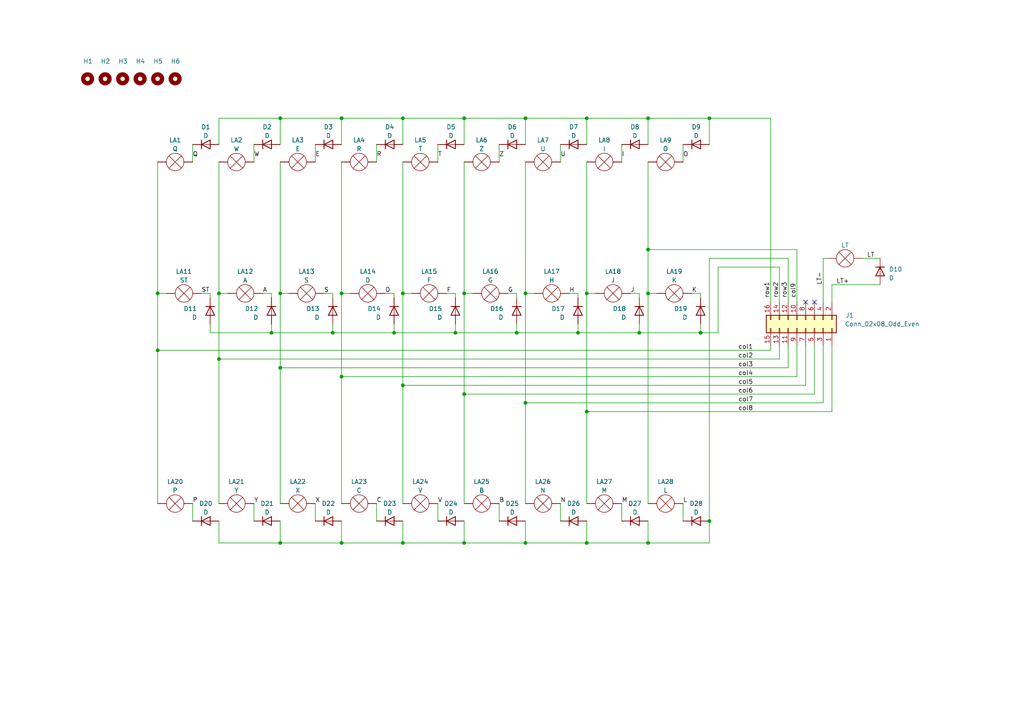
<source format=kicad_sch>
(kicad_sch (version 20230121) (generator eeschema)
  (paper "A4")
  (title_block (title "EngimaHut Switch Board"))
  (lib_symbols
    (symbol "Connector_Generic:Conn_02x08_Odd_Even" (pin_names (offset 1.016) hide)
      (property "Reference" "J" (at 1.27 10.16 0))
      (property "Value" "Conn_02x08_Odd_Even" (at 1.27 -12.7 0))
      (symbol "Conn_02x08_Odd_Even_1_1"
        (rectangle (start -1.27 -10.033) (end 0 -10.287) (stroke (width 0.1524)))
        (rectangle (start -1.27 -7.493) (end 0 -7.747) (stroke (width 0.1524)))
        (rectangle (start -1.27 -4.953) (end 0 -5.207) (stroke (width 0.1524)))
        (rectangle (start -1.27 -2.413) (end 0 -2.667) (stroke (width 0.1524)))
        (rectangle (start -1.27 0.127) (end 0 -0.127) (stroke (width 0.1524)))
        (rectangle (start -1.27 2.667) (end 0 2.413) (stroke (width 0.1524)))
        (rectangle (start -1.27 5.207) (end 0 4.953) (stroke (width 0.1524)))
        (rectangle (start -1.27 7.747) (end 0 7.493) (stroke (width 0.1524)))
        (rectangle (start -1.27 8.89) (end 3.81 -11.43) (stroke (width 0.254)) (fill (type background)))
        (rectangle (start 3.81 -10.033) (end 2.54 -10.287) (stroke (width 0.1524)))
        (rectangle (start 3.81 -7.493) (end 2.54 -7.747) (stroke (width 0.1524)))
        (rectangle (start 3.81 -4.953) (end 2.54 -5.207) (stroke (width 0.1524)))
        (rectangle (start 3.81 -2.413) (end 2.54 -2.667) (stroke (width 0.1524)))
        (rectangle (start 3.81 0.127) (end 2.54 -0.127) (stroke (width 0.1524)))
        (rectangle (start 3.81 2.667) (end 2.54 2.413) (stroke (width 0.1524)))
        (rectangle (start 3.81 5.207) (end 2.54 4.953) (stroke (width 0.1524)))
        (rectangle (start 3.81 7.747) (end 2.54 7.493) (stroke (width 0.1524)))
        (pin passive line (at -5.08 7.62 0) (length 3.81) (name "Pin_1") (number "1"))
        (pin passive line (at 7.62 -2.54 180) (length 3.81) (name "Pin_10") (number "10"))
        (pin passive line (at -5.08 -5.08 0) (length 3.81) (name "Pin_11") (number "11"))
        (pin passive line (at 7.62 -5.08 180) (length 3.81) (name "Pin_12") (number "12"))
        (pin passive line (at -5.08 -7.62 0) (length 3.81) (name "Pin_13") (number "13"))
        (pin passive line (at 7.62 -7.62 180) (length 3.81) (name "Pin_14") (number "14"))
        (pin passive line (at -5.08 -10.16 0) (length 3.81) (name "Pin_15") (number "15"))
        (pin passive line (at 7.62 -10.16 180) (length 3.81) (name "Pin_16") (number "16"))
        (pin passive line (at 7.62 7.62 180) (length 3.81) (name "Pin_2") (number "2"))
        (pin passive line (at -5.08 5.08 0) (length 3.81) (name "Pin_3") (number "3"))
        (pin passive line (at 7.62 5.08 180) (length 3.81) (name "Pin_4") (number "4"))
        (pin passive line (at -5.08 2.54 0) (length 3.81) (name "Pin_5") (number "5"))
        (pin passive line (at 7.62 2.54 180) (length 3.81) (name "Pin_6") (number "6"))
        (pin passive line (at -5.08 0 0) (length 3.81) (name "Pin_7") (number "7"))
        (pin passive line (at 7.62 0 180) (length 3.81) (name "Pin_8") (number "8"))
        (pin passive line (at -5.08 -2.54 0) (length 3.81) (name "Pin_9") (number "9"))
      )
    )
    (symbol "Device:D" (pin_numbers hide) (pin_names (offset 1.016) hide)
      (property "Reference" "D" (at 0 2.54 0))
      (property "Value" "D" (at 0 -2.54 0))
      (symbol "D_0_1"
        (polyline (pts (xy -1.27 1.27) (xy -1.27 -1.27)) (stroke (width 0.254)))
        (polyline (pts (xy 1.27 0) (xy -1.27 0)))
        (polyline (pts (xy 1.27 1.27) (xy 1.27 -1.27) (xy -1.27 0) (xy 1.27 1.27)) (stroke (width 0.254)))
      )
      (symbol "D_1_1"
        (pin passive line (at -3.81 0 0) (length 2.54) (name "K") (number "1"))
        (pin passive line (at 3.81 0 180) (length 2.54) (name "A") (number "2"))
      )
    )
    (symbol "Device:Lamp" (pin_numbers hide) (pin_names (offset 0.0254) hide)
      (property "Reference" "LA" (at 0.635 3.81 0))
      (property "Value" "Lamp" (at 0.635 -3.81 0))
      (symbol "Lamp_0_1"
        (polyline (pts (xy -1.778 1.778) (xy 1.778 -1.778)))
        (polyline (pts (xy 1.778 1.778) (xy -1.778 -1.778)))
        (circle (center 0 0) (radius 2.54))
      )
      (symbol "Lamp_1_1"
        (pin passive line (at 0 -5.08 90) (length 2.54) (name "-") (number "1"))
        (pin passive line (at 0 5.08 270) (length 2.54) (name "+") (number "2"))
      )
    )
    (symbol "Mechanical:MountingHole" (pin_names (offset 1.016))
      (property "Reference" "H" (at 0 5.08 0))
      (property "Value" "MountingHole" (at 0 3.175 0))
      (symbol "MountingHole_0_1"
        (circle (center 0 0) (radius 1.27) (stroke (width 1.27)))
      )
    )
  )
  (junction (at 152.4 157.48))
  (junction (at 205.74 34.29))
  (junction (at 45.72 101.6))
  (junction (at 132.08 96.52))
  (junction (at 152.4 34.29))
  (junction (at 99.06 34.29))
  (junction (at 134.62 157.48))
  (junction (at 81.28 34.29))
  (junction (at 99.06 85.09))
  (junction (at 63.5 104.14))
  (junction (at 81.28 106.68))
  (junction (at 81.28 157.48))
  (junction (at 149.86 96.52))
  (junction (at 45.72 85.09))
  (junction (at 99.06 157.48))
  (junction (at 116.84 34.29))
  (junction (at 134.62 34.29))
  (junction (at 203.2 96.52))
  (junction (at 187.96 34.29))
  (junction (at 167.64 96.52))
  (junction (at 116.84 111.76))
  (junction (at 185.42 96.52))
  (junction (at 116.84 157.48))
  (junction (at 114.3 96.52))
  (junction (at 63.5 85.09))
  (junction (at 78.74 96.52))
  (junction (at 152.4 85.09))
  (junction (at 187.96 72.39))
  (junction (at 170.18 157.48))
  (junction (at 96.52 96.52))
  (junction (at 170.18 119.38))
  (junction (at 81.28 85.09))
  (junction (at 116.84 85.09))
  (junction (at 170.18 85.09))
  (junction (at 99.06 109.22))
  (junction (at 205.74 151.13))
  (junction (at 152.4 116.84))
  (junction (at 134.62 114.3))
  (junction (at 187.96 85.09))
  (junction (at 187.96 157.48))
  (junction (at 170.18 34.29))
  (junction (at 134.62 85.09))
  (no_connect (at 236.22 87.63))
  (no_connect (at 233.68 87.63))
  (wire (pts (xy 81.28 157.48) (xy 99.06 157.48)))
  (wire (pts (xy 55.88 146.05) (xy 55.88 151.13)))
  (wire (pts (xy 99.06 109.22) (xy 99.06 146.05)))
  (wire (pts (xy 114.3 85.09) (xy 114.3 86.36)))
  (wire (pts (xy 170.18 151.13) (xy 170.18 157.48)))
  (wire (pts (xy 205.74 151.13) (xy 205.74 74.93)))
  (wire (pts (xy 127 41.91) (xy 127 46.99)))
  (wire (pts (xy 208.28 96.52) (xy 208.28 77.47)))
  (wire (pts (xy 233.68 100.33) (xy 233.68 111.76)))
  (wire (pts (xy 144.78 41.91) (xy 144.7493 45.2962)))
  (wire (pts (xy 147.32 85.09) (xy 149.86 85.09)))
  (wire (pts (xy 116.84 111.76) (xy 116.84 146.05)))
  (wire (pts (xy 60.96 85.09) (xy 60.96 86.36)))
  (wire (pts (xy 63.5 85.09) (xy 63.5 104.14)))
  (wire (pts (xy 170.18 119.38) (xy 170.18 146.05)))
  (wire (pts (xy 203.2 96.52) (xy 208.28 96.52)))
  (wire (pts (xy 99.06 151.13) (xy 99.06 157.48)))
  (wire (pts (xy 172.72 85.09) (xy 170.18 85.09)))
  (wire (pts (xy 78.74 96.52) (xy 96.52 96.52)))
  (wire (pts (xy 152.4 85.09) (xy 152.4 116.84)))
  (wire (pts (xy 238.76 74.93) (xy 238.76 87.63)))
  (wire (pts (xy 58.42 85.09) (xy 60.96 85.09)))
  (wire (pts (xy 167.64 96.52) (xy 185.42 96.52)))
  (wire (pts (xy 81.28 34.29) (xy 99.06 34.29)))
  (wire (pts (xy 187.96 157.48) (xy 205.74 157.48)))
  (wire (pts (xy 228.6 100.33) (xy 228.6 106.68)))
  (wire (pts (xy 137.16 85.09) (xy 134.62 85.09)))
  (wire (pts (xy 99.06 157.48) (xy 116.84 157.48)))
  (wire (pts (xy 152.4 151.13) (xy 152.4 157.48)))
  (wire (pts (xy 162.56 146.05) (xy 162.56 151.13)))
  (wire (pts (xy 134.62 114.3) (xy 134.62 146.05)))
  (wire (pts (xy 83.82 85.09) (xy 81.28 85.09)))
  (wire (pts (xy 60.96 96.52) (xy 78.74 96.52)))
  (wire (pts (xy 144.78 146.05) (xy 144.78 151.13)))
  (wire (pts (xy 99.06 46.99) (xy 99.06 85.09)))
  (wire (pts (xy 180.34 41.91) (xy 180.34 46.99)))
  (wire (pts (xy 132.08 85.09) (xy 132.08 86.36)))
  (wire (pts (xy 241.3 82.55) (xy 255.27 82.55)))
  (wire (pts (xy 119.38 85.09) (xy 116.84 85.09)))
  (wire (pts (xy 149.86 96.52) (xy 167.64 96.52)))
  (wire (pts (xy 63.5 157.48) (xy 81.28 157.48)))
  (wire (pts (xy 187.96 46.99) (xy 187.96 72.39)))
  (wire (pts (xy 63.5 104.14) (xy 63.5 146.05)))
  (wire (pts (xy 170.18 34.29) (xy 170.18 41.91)))
  (wire (pts (xy 205.74 34.29) (xy 205.74 41.91)))
  (wire (pts (xy 144.7493 45.2962) (xy 144.78 45.72)))
  (wire (pts (xy 187.96 85.09) (xy 187.96 146.05)))
  (wire (pts (xy 170.18 46.99) (xy 170.18 85.09)))
  (wire (pts (xy 255.27 74.93) (xy 250.19 74.93)))
  (wire (pts (xy 152.4 34.29) (xy 152.4 41.91)))
  (wire (pts (xy 134.62 46.99) (xy 134.62 85.09)))
  (wire (pts (xy 129.54 85.09) (xy 132.08 85.09)))
  (wire (pts (xy 45.72 101.6) (xy 45.72 146.05)))
  (wire (pts (xy 127 146.05) (xy 127 151.13)))
  (wire (pts (xy 55.88 41.91) (xy 55.88 46.99)))
  (wire (pts (xy 134.62 85.09) (xy 134.62 114.3)))
  (wire (pts (xy 238.76 116.84) (xy 152.4 116.84)))
  (wire (pts (xy 111.76 85.09) (xy 114.3 85.09)))
  (wire (pts (xy 116.84 34.29) (xy 134.62 34.29)))
  (wire (pts (xy 198.12 146.05) (xy 198.12 151.13)))
  (wire (pts (xy 99.06 34.29) (xy 99.06 41.91)))
  (wire (pts (xy 185.42 93.98) (xy 185.42 96.52)))
  (wire (pts (xy 63.5 151.13) (xy 63.5 157.48)))
  (wire (pts (xy 63.5 46.99) (xy 63.5 85.09)))
  (wire (pts (xy 185.42 96.52) (xy 203.2 96.52)))
  (wire (pts (xy 162.56 41.91) (xy 162.56 46.99)))
  (wire (pts (xy 99.06 85.09) (xy 99.06 109.22)))
  (wire (pts (xy 114.3 96.52) (xy 132.08 96.52)))
  (wire (pts (xy 81.28 151.13) (xy 81.28 157.48)))
  (wire (pts (xy 187.96 34.29) (xy 187.96 41.91)))
  (wire (pts (xy 99.06 34.29) (xy 116.84 34.29)))
  (wire (pts (xy 81.28 34.29) (xy 81.28 41.91)))
  (wire (pts (xy 81.28 85.09) (xy 81.28 106.68)))
  (wire (pts (xy 236.22 100.33) (xy 236.22 114.3)))
  (wire (pts (xy 190.5 85.09) (xy 187.96 85.09)))
  (wire (pts (xy 66.04 85.09) (xy 63.5 85.09)))
  (wire (pts (xy 81.28 106.68) (xy 81.28 146.05)))
  (wire (pts (xy 109.22 41.91) (xy 109.22 46.99)))
  (wire (pts (xy 78.74 93.98) (xy 78.74 96.52)))
  (wire (pts (xy 152.4 157.48) (xy 170.18 157.48)))
  (wire (pts (xy 149.86 93.98) (xy 149.86 96.52)))
  (wire (pts (xy 132.08 96.52) (xy 149.86 96.52)))
  (wire (pts (xy 223.52 100.33) (xy 223.52 101.6)))
  (wire (pts (xy 144.78 45.72) (xy 144.78 46.99)))
  (wire (pts (xy 231.14 72.39) (xy 231.14 87.63)))
  (wire (pts (xy 231.14 109.22) (xy 99.06 109.22)))
  (wire (pts (xy 180.34 146.05) (xy 180.34 151.13)))
  (wire (pts (xy 238.76 74.93) (xy 240.03 74.93)))
  (wire (pts (xy 116.84 46.99) (xy 116.84 85.09)))
  (wire (pts (xy 236.22 114.3) (xy 134.62 114.3)))
  (wire (pts (xy 238.76 100.33) (xy 238.76 116.84)))
  (wire (pts (xy 152.4 34.29) (xy 170.18 34.29)))
  (wire (pts (xy 223.52 101.6) (xy 45.72 101.6)))
  (wire (pts (xy 170.18 34.29) (xy 187.96 34.29)))
  (wire (pts (xy 45.72 46.99) (xy 45.72 85.09)))
  (wire (pts (xy 185.42 85.09) (xy 185.42 86.36)))
  (wire (pts (xy 223.52 34.29) (xy 223.52 87.63)))
  (wire (pts (xy 114.3 93.98) (xy 114.3 96.52)))
  (wire (pts (xy 187.96 151.13) (xy 187.96 157.48)))
  (wire (pts (xy 149.86 85.09) (xy 149.86 86.36)))
  (wire (pts (xy 233.68 111.76) (xy 116.84 111.76)))
  (wire (pts (xy 63.5 34.29) (xy 81.28 34.29)))
  (wire (pts (xy 63.5 41.91) (xy 63.5 34.29)))
  (wire (pts (xy 170.18 85.09) (xy 170.18 119.38)))
  (wire (pts (xy 78.74 85.09) (xy 78.74 86.36)))
  (wire (pts (xy 101.6 85.09) (xy 99.06 85.09)))
  (wire (pts (xy 226.06 100.33) (xy 226.06 104.14)))
  (wire (pts (xy 170.18 157.48) (xy 187.96 157.48)))
  (wire (pts (xy 134.62 34.29) (xy 134.62 41.91)))
  (wire (pts (xy 187.96 34.29) (xy 205.74 34.29)))
  (wire (pts (xy 134.62 157.48) (xy 152.4 157.48)))
  (wire (pts (xy 198.12 41.91) (xy 198.12 46.99)))
  (wire (pts (xy 182.88 85.09) (xy 185.42 85.09)))
  (wire (pts (xy 48.26 85.09) (xy 45.72 85.09)))
  (wire (pts (xy 187.96 72.39) (xy 231.14 72.39)))
  (wire (pts (xy 170.18 119.38) (xy 241.3 119.38)))
  (wire (pts (xy 226.06 104.14) (xy 63.5 104.14)))
  (wire (pts (xy 96.52 96.52) (xy 114.3 96.52)))
  (wire (pts (xy 241.3 100.33) (xy 241.3 119.38)))
  (wire (pts (xy 205.74 34.29) (xy 223.52 34.29)))
  (wire (pts (xy 152.4 116.84) (xy 152.4 146.05)))
  (wire (pts (xy 132.08 93.98) (xy 132.08 96.52)))
  (wire (pts (xy 116.84 85.09) (xy 116.84 111.76)))
  (wire (pts (xy 116.84 157.48) (xy 134.62 157.48)))
  (wire (pts (xy 93.98 85.09) (xy 96.52 85.09)))
  (wire (pts (xy 187.96 72.39) (xy 187.96 85.09)))
  (wire (pts (xy 91.44 146.05) (xy 91.44 151.13)))
  (wire (pts (xy 154.94 85.09) (xy 152.4 85.09)))
  (wire (pts (xy 231.14 100.33) (xy 231.14 109.22)))
  (wire (pts (xy 228.6 74.93) (xy 228.6 87.63)))
  (wire (pts (xy 205.74 74.93) (xy 228.6 74.93)))
  (wire (pts (xy 241.3 82.55) (xy 241.3 87.63)))
  (wire (pts (xy 73.66 146.05) (xy 73.66 151.13)))
  (wire (pts (xy 81.28 106.68) (xy 228.6 106.68)))
  (wire (pts (xy 116.84 151.13) (xy 116.84 157.48)))
  (wire (pts (xy 167.64 93.98) (xy 167.64 96.52)))
  (wire (pts (xy 81.28 46.99) (xy 81.28 85.09)))
  (wire (pts (xy 203.2 93.98) (xy 203.2 96.52)))
  (wire (pts (xy 96.52 85.09) (xy 96.52 86.36)))
  (wire (pts (xy 116.84 34.29) (xy 116.84 41.91)))
  (wire (pts (xy 96.52 93.98) (xy 96.52 96.52)))
  (wire (pts (xy 91.44 41.91) (xy 91.44 46.99)))
  (wire (pts (xy 165.1 85.09) (xy 167.64 85.09)))
  (wire (pts (xy 167.64 85.09) (xy 167.64 86.36)))
  (wire (pts (xy 109.22 146.05) (xy 109.22 151.13)))
  (wire (pts (xy 73.66 41.91) (xy 73.66 46.99)))
  (wire (pts (xy 134.62 34.29) (xy 152.4 34.29)))
  (wire (pts (xy 226.06 77.47) (xy 226.06 87.63)))
  (wire (pts (xy 203.2 85.09) (xy 203.2 86.36)))
  (wire (pts (xy 203.2 85.09) (xy 200.66 85.09)))
  (wire (pts (xy 45.72 85.09) (xy 45.72 101.6)))
  (wire (pts (xy 205.74 151.13) (xy 205.74 157.48)))
  (wire (pts (xy 134.62 151.13) (xy 134.62 157.48)))
  (wire (pts (xy 208.28 77.47) (xy 226.06 77.47)))
  (wire (pts (xy 60.96 93.98) (xy 60.96 96.52)))
  (wire (pts (xy 152.4 46.99) (xy 152.4 85.09)))
  (wire (pts (xy 76.2 85.09) (xy 78.74 85.09)))
  (label "row1" (at 223.52 86.36 90))
  (label "F" (at 129.54 85.09 0))
  (label "R" (at 109.22 45.72 0))
  (label "N" (at 162.56 146.05 0))
  (label "J" (at 182.88 85.09 0))
  (label "row2" (at 226.06 86.36 90))
  (label "E" (at 91.44 45.72 0))
  (label "col5" (at 218.44 111.76 180))
  (label "Y" (at 73.66 146.05 0))
  (label "S" (at 93.98 85.09 0))
  (label "LT+" (at 242.57 82.55 0))
  (label "col6" (at 218.44 114.3 180))
  (label "K" (at 200.66 85.09 0))
  (label "H" (at 165.1 85.09 0))
  (label "M" (at 180.34 146.05 0))
  (label "row3" (at 228.6 86.36 90))
  (label "LT" (at 251.46 74.93 0))
  (label "T" (at 127 45.72 0))
  (label "A" (at 76.2 85.09 0))
  (label "col7" (at 218.44 116.84 180))
  (label "O" (at 198.12 45.72 0))
  (label "X" (at 91.44 146.05 0))
  (label "V" (at 127 146.05 0))
  (label "col8" (at 218.44 119.38 180))
  (label "ST" (at 58.42 85.09 0))
  (label "col1" (at 218.44 101.6 180))
  (label "B" (at 144.78 146.05 0))
  (label "LT-" (at 238.76 82.55 90))
  (label "D" (at 111.76 85.09 0))
  (label "col4" (at 218.44 109.22 180))
  (label "I" (at 180.34 45.72 0))
  (label "L" (at 198.12 146.05 0))
  (label "Q" (at 55.88 45.72 0))
  (label "Z" (at 144.78 45.72 0))
  (label "P" (at 55.88 146.05 0))
  (label "U" (at 162.56 45.72 0))
  (label "W" (at 73.66 45.72 0))
  (label "col2" (at 218.44 104.14 180))
  (label "G" (at 147.32 85.09 0))
  (label "col3" (at 218.44 106.68 180))
  (label "col9" (at 231.14 86.36 90))
  (label "C" (at 109.22 146.05 0))
  (symbol (lib_id "Device:Lamp") (at 104.14 146.05 90) (unit 1)
    (property "Reference" "LA23" (at 104.14 139.7 90))
    (property "Value" "C" (at 104.14 142.24 90))
    (property "Footprint" "user_global_footprints:Bulb_Holder_Temp" (effects hide))
  )
  (symbol (lib_id "Device:D") (at 166.37 151.13 0) (unit 1)
    (property "Reference" "D26" (at 166.37 146.05 0))
    (property "Value" "D" (at 166.37 148.59 0))
    (property "Footprint" "user_global_footprints:D_DO-41_SOD81_P10.16mm_Horizontal_no_cathode" (effects hide))
    (property "Sim.Device" "D" (effects hide))
    (property "Sim.Pins" "1=K 2=A" (effects hide))
  )
  (symbol (lib_id "Device:D") (at 201.93 151.13 0) (unit 1)
    (property "Reference" "D28" (at 201.93 146.05 0))
    (property "Value" "D" (at 201.93 148.59 0))
    (property "Footprint" "user_global_footprints:D_DO-41_SOD81_P10.16mm_Horizontal_no_cathode" (effects hide))
    (property "Sim.Device" "D" (effects hide))
    (property "Sim.Pins" "1=K 2=A" (effects hide))
  )
  (symbol (lib_id "Connector_Generic:Conn_02x08_Odd_Even") (at 233.68 95.25 270) (mirror x) (unit 1)
    (property "Reference" "J1" (at 247.65 91.44 90) (effects (justify right)))
    (property "Value" "Conn_02x08_Odd_Even" (at 266.7 93.98 90) (effects (justify right)))
    (property "Footprint" "Connector_PinHeader_2.54mm:PinHeader_2x08_P2.54mm_Vertical" (effects hide))
  )
  (symbol (lib_id "Device:D") (at 130.81 41.91 0) (unit 1)
    (property "Reference" "D5" (at 130.81 36.83 0))
    (property "Value" "D" (at 130.81 39.37 0))
    (property "Footprint" "user_global_footprints:D_DO-41_SOD81_P10.16mm_Horizontal_no_cathode" (effects hide))
    (property "Sim.Device" "D" (effects hide))
    (property "Sim.Pins" "1=K 2=A" (effects hide))
  )
  (symbol (lib_id "Device:Lamp") (at 175.26 46.99 90) (unit 1)
    (property "Reference" "LA8" (at 175.26 40.64 90))
    (property "Value" "I" (at 175.26 43.18 90))
    (property "Footprint" "user_global_footprints:Bulb_Holder_Temp" (effects hide))
  )
  (symbol (lib_id "Device:Lamp") (at 88.9 85.09 90) (unit 1)
    (property "Reference" "LA13" (at 88.9 78.74 90))
    (property "Value" "S" (at 88.9 81.28 90))
    (property "Footprint" "user_global_footprints:Bulb_Holder_Temp" (effects hide))
  )
  (symbol (lib_id "Mechanical:MountingHole") (at 50.8 22.86 0) (unit 1)
    (property "Reference" "H6" (at 49.53 17.78 0) (effects (justify left)))
    (property "Value" "MountingHole_Pad" (effects hide))
    (property "Footprint" "MountingHole:MountingHole_3.2mm_M3_Pad_Via" (effects hide))
  )
  (symbol (lib_id "Device:D") (at 167.64 90.17 90) (mirror x) (unit 1)
    (property "Reference" "D17" (at 163.83 89.535 90) (effects (justify left)))
    (property "Value" "D" (at 163.83 92.075 90) (effects (justify left)))
    (property "Footprint" "user_global_footprints:D_DO-41_SOD81_P10.16mm_Horizontal_no_cathode" (effects hide))
    (property "Sim.Device" "D" (effects hide))
    (property "Sim.Pins" "1=K 2=A" (effects hide))
  )
  (symbol (lib_id "Device:D") (at 184.15 151.13 0) (unit 1)
    (property "Reference" "D27" (at 184.15 146.05 0))
    (property "Value" "D" (at 184.15 148.59 0))
    (property "Footprint" "user_global_footprints:D_DO-41_SOD81_P10.16mm_Horizontal_no_cathode" (effects hide))
    (property "Sim.Device" "D" (effects hide))
    (property "Sim.Pins" "1=K 2=A" (effects hide))
  )
  (symbol (lib_id "Device:Lamp") (at 53.34 85.09 90) (unit 1)
    (property "Reference" "LA11" (at 53.34 78.74 90))
    (property "Value" "ST" (at 53.34 81.28 90))
    (property "Footprint" "user_global_footprints:Bulb_Holder_Temp" (effects hide))
  )
  (symbol (lib_id "Device:Lamp") (at 142.24 85.09 90) (unit 1)
    (property "Reference" "LA16" (at 142.24 78.74 90))
    (property "Value" "G" (at 142.24 81.28 90))
    (property "Footprint" "user_global_footprints:Bulb_Holder_Temp" (effects hide))
  )
  (symbol (lib_id "Device:Lamp") (at 68.58 146.05 90) (unit 1)
    (property "Reference" "LA21" (at 68.58 139.7 90))
    (property "Value" "Y" (at 68.58 142.24 90))
    (property "Footprint" "user_global_footprints:Bulb_Holder_Temp" (effects hide))
  )
  (symbol (lib_id "Device:D") (at 148.59 151.13 0) (unit 1)
    (property "Reference" "D25" (at 148.59 146.05 0))
    (property "Value" "D" (at 148.59 148.59 0))
    (property "Footprint" "user_global_footprints:D_DO-41_SOD81_P10.16mm_Horizontal_no_cathode" (effects hide))
    (property "Sim.Device" "D" (effects hide))
    (property "Sim.Pins" "1=K 2=A" (effects hide))
  )
  (symbol (lib_id "Device:D") (at 114.3 90.17 90) (mirror x) (unit 1)
    (property "Reference" "D14" (at 110.49 89.535 90) (effects (justify left)))
    (property "Value" "D" (at 110.49 92.075 90) (effects (justify left)))
    (property "Footprint" "user_global_footprints:D_DO-41_SOD81_P10.16mm_Horizontal_no_cathode" (effects hide))
    (property "Sim.Device" "D" (effects hide))
    (property "Sim.Pins" "1=K 2=A" (effects hide))
  )
  (symbol (lib_id "Device:Lamp") (at 157.48 146.05 90) (unit 1)
    (property "Reference" "LA26" (at 157.48 139.7 90))
    (property "Value" "N" (at 157.48 142.24 90))
    (property "Footprint" "user_global_footprints:Bulb_Holder_Temp" (effects hide))
  )
  (symbol (lib_id "Device:D") (at 95.25 41.91 0) (unit 1)
    (property "Reference" "D3" (at 95.25 36.83 0))
    (property "Value" "D" (at 95.25 39.37 0))
    (property "Footprint" "user_global_footprints:D_DO-41_SOD81_P10.16mm_Horizontal_no_cathode" (effects hide))
    (property "Sim.Device" "D" (effects hide))
    (property "Sim.Pins" "1=K 2=A" (effects hide))
  )
  (symbol (lib_id "Device:D") (at 184.15 41.91 0) (unit 1)
    (property "Reference" "D8" (at 184.15 36.83 0))
    (property "Value" "D" (at 184.15 39.37 0))
    (property "Footprint" "user_global_footprints:D_DO-41_SOD81_P10.16mm_Horizontal_no_cathode" (effects hide))
    (property "Sim.Device" "D" (effects hide))
    (property "Sim.Pins" "1=K 2=A" (effects hide))
  )
  (symbol (lib_id "Device:D") (at 113.03 151.13 0) (unit 1)
    (property "Reference" "D23" (at 113.03 146.05 0))
    (property "Value" "D" (at 113.03 148.59 0))
    (property "Footprint" "user_global_footprints:D_DO-41_SOD81_P10.16mm_Horizontal_no_cathode" (effects hide))
    (property "Sim.Device" "D" (effects hide))
    (property "Sim.Pins" "1=K 2=A" (effects hide))
  )
  (symbol (lib_id "Device:Lamp") (at 195.58 85.09 90) (unit 1)
    (property "Reference" "LA19" (at 195.58 78.74 90))
    (property "Value" "K" (at 195.58 81.28 90))
    (property "Footprint" "user_global_footprints:Bulb_Holder_Temp" (effects hide))
  )
  (symbol (lib_id "Device:D") (at 130.81 151.13 0) (unit 1)
    (property "Reference" "D24" (at 130.81 146.05 0))
    (property "Value" "D" (at 130.81 148.59 0))
    (property "Footprint" "user_global_footprints:D_DO-41_SOD81_P10.16mm_Horizontal_no_cathode" (effects hide))
    (property "Sim.Device" "D" (effects hide))
    (property "Sim.Pins" "1=K 2=A" (effects hide))
  )
  (symbol (lib_id "Device:Lamp") (at 193.04 46.99 90) (unit 1)
    (property "Reference" "LA9" (at 193.04 40.64 90))
    (property "Value" "O" (at 193.04 43.18 90))
    (property "Footprint" "user_global_footprints:Bulb_Holder_Temp" (effects hide))
  )
  (symbol (lib_id "Device:D") (at 185.42 90.17 90) (mirror x) (unit 1)
    (property "Reference" "D18" (at 181.61 89.535 90) (effects (justify left)))
    (property "Value" "D" (at 181.61 92.075 90) (effects (justify left)))
    (property "Footprint" "user_global_footprints:D_DO-41_SOD81_P10.16mm_Horizontal_no_cathode" (effects hide))
    (property "Sim.Device" "D" (effects hide))
    (property "Sim.Pins" "1=K 2=A" (effects hide))
  )
  (symbol (lib_id "Mechanical:MountingHole") (at 40.64 22.86 0) (unit 1)
    (property "Reference" "H4" (at 39.37 17.78 0) (effects (justify left)))
    (property "Value" "MountingHole_Pad" (effects hide))
    (property "Footprint" "MountingHole:MountingHole_3.2mm_M3_Pad_Via" (effects hide))
  )
  (symbol (lib_id "Device:D") (at 132.08 90.17 90) (mirror x) (unit 1)
    (property "Reference" "D15" (at 128.27 89.535 90) (effects (justify left)))
    (property "Value" "D" (at 128.27 92.075 90) (effects (justify left)))
    (property "Footprint" "user_global_footprints:D_DO-41_SOD81_P10.16mm_Horizontal_no_cathode" (effects hide))
    (property "Sim.Device" "D" (effects hide))
    (property "Sim.Pins" "1=K 2=A" (effects hide))
  )
  (symbol (lib_id "Device:D") (at 148.59 41.91 0) (unit 1)
    (property "Reference" "D6" (at 148.59 36.83 0))
    (property "Value" "D" (at 148.59 39.37 0))
    (property "Footprint" "user_global_footprints:D_DO-41_SOD81_P10.16mm_Horizontal_no_cathode" (effects hide))
    (property "Sim.Device" "D" (effects hide))
    (property "Sim.Pins" "1=K 2=A" (effects hide))
  )
  (symbol (lib_id "Device:Lamp") (at 86.36 146.05 90) (unit 1)
    (property "Reference" "LA22" (at 86.36 139.7 90))
    (property "Value" "X" (at 86.36 142.24 90))
    (property "Footprint" "user_global_footprints:Bulb_Holder_Temp" (effects hide))
  )
  (symbol (lib_id "Device:D") (at 78.74 90.17 90) (mirror x) (unit 1)
    (property "Reference" "D12" (at 74.93 89.535 90) (effects (justify left)))
    (property "Value" "D" (at 74.93 92.075 90) (effects (justify left)))
    (property "Footprint" "user_global_footprints:D_DO-41_SOD81_P10.16mm_Horizontal_no_cathode" (effects hide))
    (property "Sim.Device" "D" (effects hide))
    (property "Sim.Pins" "1=K 2=A" (effects hide))
  )
  (symbol (lib_id "Device:D") (at 203.2 90.17 90) (mirror x) (unit 1)
    (property "Reference" "D19" (at 199.39 89.535 90) (effects (justify left)))
    (property "Value" "D" (at 199.39 92.075 90) (effects (justify left)))
    (property "Footprint" "user_global_footprints:D_DO-41_SOD81_P10.16mm_Horizontal_no_cathode" (effects hide))
    (property "Sim.Device" "D" (effects hide))
    (property "Sim.Pins" "1=K 2=A" (effects hide))
  )
  (symbol (lib_id "Mechanical:MountingHole") (at 35.56 22.86 0) (unit 1)
    (property "Reference" "H3" (at 34.29 17.78 0) (effects (justify left)))
    (property "Value" "MountingHole_Pad" (effects hide))
    (property "Footprint" "MountingHole:MountingHole_3.2mm_M3_Pad_Via" (effects hide))
  )
  (symbol (lib_id "Device:Lamp") (at 245.11 74.93 90) (unit 1)
    (property "Reference" "LA10" (effects hide))
    (property "Value" "LT" (at 245.11 71.12 90))
    (property "Footprint" "user_global_footprints:Bulb_Holder_Temp" (effects hide))
  )
  (symbol (lib_id "Mechanical:MountingHole") (at 25.4 22.86 0) (unit 1)
    (property "Reference" "H1" (at 24.13 17.78 0) (effects (justify left)))
    (property "Value" "MountingHole_Pad" (effects hide))
    (property "Footprint" "MountingHole:MountingHole_3.2mm_M3_Pad_Via" (effects hide))
  )
  (symbol (lib_id "Device:Lamp") (at 86.36 46.99 90) (unit 1)
    (property "Reference" "LA3" (at 86.36 40.64 90))
    (property "Value" "E" (at 86.36 43.18 90))
    (property "Footprint" "user_global_footprints:Bulb_Holder_Temp" (effects hide))
  )
  (symbol (lib_id "Device:Lamp") (at 106.68 85.09 90) (unit 1)
    (property "Reference" "LA14" (at 106.68 78.74 90))
    (property "Value" "D" (at 106.68 81.28 90))
    (property "Footprint" "user_global_footprints:Bulb_Holder_Temp" (effects hide))
  )
  (symbol (lib_id "Device:D") (at 77.47 151.13 0) (unit 1)
    (property "Reference" "D21" (at 77.47 146.05 0))
    (property "Value" "D" (at 77.47 148.59 0))
    (property "Footprint" "user_global_footprints:D_DO-41_SOD81_P10.16mm_Horizontal_no_cathode" (effects hide))
    (property "Sim.Device" "D" (effects hide))
    (property "Sim.Pins" "1=K 2=A" (effects hide))
  )
  (symbol (lib_id "Device:D") (at 95.25 151.13 0) (unit 1)
    (property "Reference" "D22" (at 95.25 146.05 0))
    (property "Value" "D" (at 95.25 148.59 0))
    (property "Footprint" "user_global_footprints:D_DO-41_SOD81_P10.16mm_Horizontal_no_cathode" (effects hide))
    (property "Sim.Device" "D" (effects hide))
    (property "Sim.Pins" "1=K 2=A" (effects hide))
  )
  (symbol (lib_id "Device:Lamp") (at 139.7 146.05 90) (unit 1)
    (property "Reference" "LA25" (at 139.7 139.7 90))
    (property "Value" "B" (at 139.7 142.24 90))
    (property "Footprint" "user_global_footprints:Bulb_Holder_Temp" (effects hide))
  )
  (symbol (lib_id "Device:D") (at 166.37 41.91 0) (unit 1)
    (property "Reference" "D7" (at 166.37 36.83 0))
    (property "Value" "D" (at 166.37 39.37 0))
    (property "Footprint" "user_global_footprints:D_DO-41_SOD81_P10.16mm_Horizontal_no_cathode" (effects hide))
    (property "Sim.Device" "D" (effects hide))
    (property "Sim.Pins" "1=K 2=A" (effects hide))
  )
  (symbol (lib_id "Device:D") (at 149.86 90.17 90) (mirror x) (unit 1)
    (property "Reference" "D16" (at 146.05 89.535 90) (effects (justify left)))
    (property "Value" "D" (at 146.05 92.075 90) (effects (justify left)))
    (property "Footprint" "user_global_footprints:D_DO-41_SOD81_P10.16mm_Horizontal_no_cathode" (effects hide))
    (property "Sim.Device" "D" (effects hide))
    (property "Sim.Pins" "1=K 2=A" (effects hide))
  )
  (symbol (lib_id "Device:D") (at 201.93 41.91 0) (unit 1)
    (property "Reference" "D9" (at 201.93 36.83 0))
    (property "Value" "D" (at 201.93 39.37 0))
    (property "Footprint" "user_global_footprints:D_DO-41_SOD81_P10.16mm_Horizontal_no_cathode" (effects hide))
    (property "Sim.Device" "D" (effects hide))
    (property "Sim.Pins" "1=K 2=A" (effects hide))
  )
  (symbol (lib_id "Device:Lamp") (at 124.46 85.09 90) (unit 1)
    (property "Reference" "LA15" (at 124.46 78.74 90))
    (property "Value" "F" (at 124.46 81.28 90))
    (property "Footprint" "user_global_footprints:Bulb_Holder_Temp" (effects hide))
  )
  (symbol (lib_id "Device:Lamp") (at 104.14 46.99 90) (unit 1)
    (property "Reference" "LA4" (at 104.14 40.64 90))
    (property "Value" "R" (at 104.14 43.18 90))
    (property "Footprint" "user_global_footprints:Bulb_Holder_Temp" (effects hide))
  )
  (symbol (lib_id "Device:D") (at 77.47 41.91 0) (unit 1)
    (property "Reference" "D2" (at 77.47 36.83 0))
    (property "Value" "D" (at 77.47 39.37 0))
    (property "Footprint" "user_global_footprints:D_DO-41_SOD81_P10.16mm_Horizontal_no_cathode" (effects hide))
    (property "Sim.Device" "D" (effects hide))
    (property "Sim.Pins" "1=K 2=A" (effects hide))
  )
  (symbol (lib_id "Mechanical:MountingHole") (at 30.48 22.86 0) (unit 1)
    (property "Reference" "H2" (at 29.21 17.78 0) (effects (justify left)))
    (property "Value" "MountingHole_Pad" (effects hide))
    (property "Footprint" "MountingHole:MountingHole_3.2mm_M3_Pad_Via" (effects hide))
  )
  (symbol (lib_id "Device:D") (at 59.69 151.13 0) (unit 1)
    (property "Reference" "D20" (at 59.69 146.05 0))
    (property "Value" "D" (at 59.69 148.59 0))
    (property "Footprint" "user_global_footprints:D_DO-41_SOD81_P10.16mm_Horizontal_no_cathode" (effects hide))
    (property "Sim.Device" "D" (effects hide))
    (property "Sim.Pins" "1=K 2=A" (effects hide))
  )
  (symbol (lib_id "Device:D") (at 255.27 78.74 90) (mirror x) (unit 1)
    (property "Reference" "D10" (at 257.81 78.105 90) (effects (justify right)))
    (property "Value" "D" (at 257.81 80.645 90) (effects (justify right)))
    (property "Footprint" "user_global_footprints:D_DO-41_SOD81_P10.16mm_Horizontal_no_cathode" (effects hide))
    (property "Sim.Device" "D" (effects hide))
    (property "Sim.Pins" "1=K 2=A" (effects hide))
  )
  (symbol (lib_id "Device:Lamp") (at 121.92 46.99 90) (unit 1)
    (property "Reference" "LA5" (at 121.92 40.64 90))
    (property "Value" "T" (at 121.92 43.18 90))
    (property "Footprint" "user_global_footprints:Bulb_Holder_Temp" (effects hide))
  )
  (symbol (lib_id "Device:Lamp") (at 50.8 146.05 90) (unit 1)
    (property "Reference" "LA20" (at 50.8 139.7 90))
    (property "Value" "P" (at 50.8 142.24 90))
    (property "Footprint" "user_global_footprints:Bulb_Holder_Temp" (effects hide))
  )
  (symbol (lib_id "Device:Lamp") (at 50.8 46.99 90) (unit 1)
    (property "Reference" "LA1" (at 50.8 40.64 90))
    (property "Value" "Q" (at 50.8 43.18 90))
    (property "Footprint" "user_global_footprints:Bulb_Holder_Temp" (effects hide))
  )
  (symbol (lib_id "Device:D") (at 60.96 90.17 90) (mirror x) (unit 1)
    (property "Reference" "D11" (at 57.15 89.535 90) (effects (justify left)))
    (property "Value" "D" (at 57.15 92.075 90) (effects (justify left)))
    (property "Footprint" "user_global_footprints:D_DO-41_SOD81_P10.16mm_Horizontal_no_cathode" (effects hide))
    (property "Sim.Device" "D" (effects hide))
    (property "Sim.Pins" "1=K 2=A" (effects hide))
  )
  (symbol (lib_id "Mechanical:MountingHole") (at 45.72 22.86 0) (unit 1)
    (property "Reference" "H5" (at 44.45 17.78 0) (effects (justify left)))
    (property "Value" "MountingHole_Pad" (effects hide))
    (property "Footprint" "MountingHole:MountingHole_3.2mm_M3_Pad_Via" (effects hide))
  )
  (symbol (lib_id "Device:Lamp") (at 71.12 85.09 90) (unit 1)
    (property "Reference" "LA12" (at 71.12 78.74 90))
    (property "Value" "A" (at 71.12 81.28 90))
    (property "Footprint" "user_global_footprints:Bulb_Holder_Temp" (effects hide))
  )
  (symbol (lib_id "Device:Lamp") (at 157.48 46.99 90) (unit 1)
    (property "Reference" "LA7" (at 157.48 40.64 90))
    (property "Value" "U" (at 157.48 43.18 90))
    (property "Footprint" "user_global_footprints:Bulb_Holder_Temp" (effects hide))
  )
  (symbol (lib_id "Device:D") (at 113.03 41.91 0) (unit 1)
    (property "Reference" "D4" (at 113.03 36.83 0))
    (property "Value" "D" (at 113.03 39.37 0))
    (property "Footprint" "user_global_footprints:D_DO-41_SOD81_P10.16mm_Horizontal_no_cathode" (effects hide))
    (property "Sim.Device" "D" (effects hide))
    (property "Sim.Pins" "1=K 2=A" (effects hide))
  )
  (symbol (lib_id "Device:D") (at 96.52 90.17 90) (mirror x) (unit 1)
    (property "Reference" "D13" (at 92.71 89.535 90) (effects (justify left)))
    (property "Value" "D" (at 92.71 92.075 90) (effects (justify left)))
    (property "Footprint" "user_global_footprints:D_DO-41_SOD81_P10.16mm_Horizontal_no_cathode" (effects hide))
    (property "Sim.Device" "D" (effects hide))
    (property "Sim.Pins" "1=K 2=A" (effects hide))
  )
  (symbol (lib_id "Device:D") (at 59.69 41.91 0) (unit 1)
    (property "Reference" "D1" (at 59.69 36.83 0))
    (property "Value" "D" (at 59.69 39.37 0))
    (property "Footprint" "user_global_footprints:D_DO-41_SOD81_P10.16mm_Horizontal_no_cathode" (effects hide))
    (property "Sim.Device" "D" (effects hide))
    (property "Sim.Pins" "1=K 2=A" (effects hide))
  )
  (symbol (lib_id "Device:Lamp") (at 160.02 85.09 90) (unit 1)
    (property "Reference" "LA17" (at 160.02 78.74 90))
    (property "Value" "H" (at 160.02 81.28 90))
    (property "Footprint" "user_global_footprints:Bulb_Holder_Temp" (effects hide))
  )
  (symbol (lib_id "Device:Lamp") (at 68.58 46.99 90) (unit 1)
    (property "Reference" "LA2" (at 68.58 40.64 90))
    (property "Value" "W" (at 68.58 43.18 90))
    (property "Footprint" "user_global_footprints:Bulb_Holder_Temp" (effects hide))
  )
  (symbol (lib_id "Device:Lamp") (at 193.04 146.05 90) (unit 1)
    (property "Reference" "LA28" (at 193.04 139.7 90))
    (property "Value" "L" (at 193.04 142.24 90))
    (property "Footprint" "user_global_footprints:Bulb_Holder_Temp" (effects hide))
  )
  (symbol (lib_id "Device:Lamp") (at 175.26 146.05 90) (unit 1)
    (property "Reference" "LA27" (at 175.26 139.7 90))
    (property "Value" "M" (at 175.26 142.24 90))
    (property "Footprint" "user_global_footprints:Bulb_Holder_Temp" (effects hide))
  )
  (symbol (lib_id "Device:Lamp") (at 139.7 46.99 90) (unit 1)
    (property "Reference" "LA6" (at 139.7 40.64 90))
    (property "Value" "Z" (at 139.7 43.18 90))
    (property "Footprint" "user_global_footprints:Bulb_Holder_Temp" (effects hide))
  )
  (symbol (lib_id "Device:Lamp") (at 121.92 146.05 90) (unit 1)
    (property "Reference" "LA24" (at 121.92 139.7 90))
    (property "Value" "V" (at 121.92 142.24 90))
    (property "Footprint" "user_global_footprints:Bulb_Holder_Temp" (effects hide))
  )
  (symbol (lib_id "Device:Lamp") (at 177.8 85.09 90) (unit 1)
    (property "Reference" "LA18" (at 177.8 78.74 90))
    (property "Value" "J" (at 177.8 81.28 90))
    (property "Footprint" "user_global_footprints:Bulb_Holder_Temp" (effects hide))
  )
)
</source>
